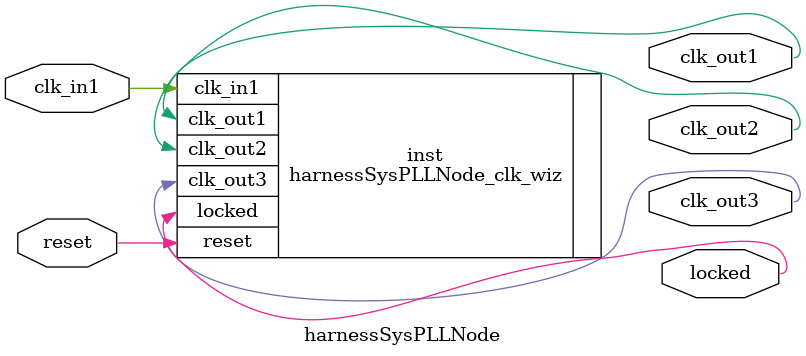
<source format=v>


`timescale 1ps/1ps

(* CORE_GENERATION_INFO = "harnessSysPLLNode,clk_wiz_v6_0_15_0_0,{component_name=harnessSysPLLNode,use_phase_alignment=true,use_min_o_jitter=false,use_max_i_jitter=false,use_dyn_phase_shift=false,use_inclk_switchover=false,use_dyn_reconfig=false,enable_axi=0,feedback_source=FDBK_AUTO,PRIMITIVE=MMCM,num_out_clk=3,clkin1_period=10.000,clkin2_period=10.000,use_power_down=false,use_reset=true,use_locked=true,use_inclk_stopped=false,feedback_type=SINGLE,CLOCK_MGR_TYPE=NA,manual_override=false}" *)

module harnessSysPLLNode 
 (
  // Clock out ports
  output        clk_out1,
  output        clk_out2,
  output        clk_out3,
  // Status and control signals
  input         reset,
  output        locked,
 // Clock in ports
  input         clk_in1
 );

  harnessSysPLLNode_clk_wiz inst
  (
  // Clock out ports  
  .clk_out1(clk_out1),
  .clk_out2(clk_out2),
  .clk_out3(clk_out3),
  // Status and control signals               
  .reset(reset), 
  .locked(locked),
 // Clock in ports
  .clk_in1(clk_in1)
  );

endmodule

</source>
